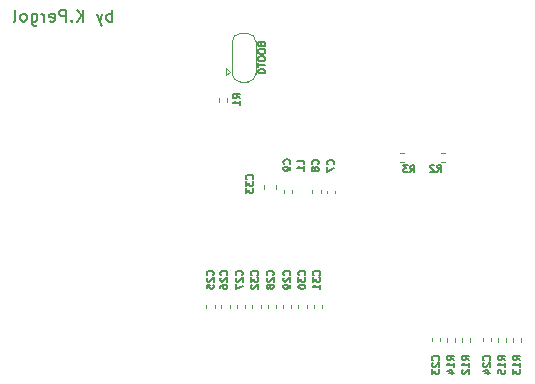
<source format=gbr>
%TF.GenerationSoftware,KiCad,Pcbnew,(6.0.8)*%
%TF.CreationDate,2023-03-18T00:57:18+01:00*%
%TF.ProjectId,WHEEL-07,57484545-4c2d-4303-972e-6b696361645f,rev?*%
%TF.SameCoordinates,Original*%
%TF.FileFunction,Legend,Bot*%
%TF.FilePolarity,Positive*%
%FSLAX46Y46*%
G04 Gerber Fmt 4.6, Leading zero omitted, Abs format (unit mm)*
G04 Created by KiCad (PCBNEW (6.0.8)) date 2023-03-18 00:57:18*
%MOMM*%
%LPD*%
G01*
G04 APERTURE LIST*
%ADD10C,0.150000*%
%ADD11C,0.120000*%
G04 APERTURE END LIST*
D10*
X161294247Y-54605180D02*
X161294247Y-53605180D01*
X161294247Y-53986133D02*
X161199009Y-53938514D01*
X161008533Y-53938514D01*
X160913295Y-53986133D01*
X160865676Y-54033752D01*
X160818057Y-54128990D01*
X160818057Y-54414704D01*
X160865676Y-54509942D01*
X160913295Y-54557561D01*
X161008533Y-54605180D01*
X161199009Y-54605180D01*
X161294247Y-54557561D01*
X160484723Y-53938514D02*
X160246628Y-54605180D01*
X160008533Y-53938514D02*
X160246628Y-54605180D01*
X160341866Y-54843276D01*
X160389485Y-54890895D01*
X160484723Y-54938514D01*
X158865676Y-54605180D02*
X158865676Y-53605180D01*
X158294247Y-54605180D02*
X158722819Y-54033752D01*
X158294247Y-53605180D02*
X158865676Y-54176609D01*
X157865676Y-54509942D02*
X157818057Y-54557561D01*
X157865676Y-54605180D01*
X157913295Y-54557561D01*
X157865676Y-54509942D01*
X157865676Y-54605180D01*
X157389485Y-54605180D02*
X157389485Y-53605180D01*
X157008533Y-53605180D01*
X156913295Y-53652800D01*
X156865676Y-53700419D01*
X156818057Y-53795657D01*
X156818057Y-53938514D01*
X156865676Y-54033752D01*
X156913295Y-54081371D01*
X157008533Y-54128990D01*
X157389485Y-54128990D01*
X156008533Y-54557561D02*
X156103771Y-54605180D01*
X156294247Y-54605180D01*
X156389485Y-54557561D01*
X156437104Y-54462323D01*
X156437104Y-54081371D01*
X156389485Y-53986133D01*
X156294247Y-53938514D01*
X156103771Y-53938514D01*
X156008533Y-53986133D01*
X155960914Y-54081371D01*
X155960914Y-54176609D01*
X156437104Y-54271847D01*
X155532342Y-54605180D02*
X155532342Y-53938514D01*
X155532342Y-54128990D02*
X155484723Y-54033752D01*
X155437104Y-53986133D01*
X155341866Y-53938514D01*
X155246628Y-53938514D01*
X154484723Y-53938514D02*
X154484723Y-54748038D01*
X154532342Y-54843276D01*
X154579961Y-54890895D01*
X154675200Y-54938514D01*
X154818057Y-54938514D01*
X154913295Y-54890895D01*
X154484723Y-54557561D02*
X154579961Y-54605180D01*
X154770438Y-54605180D01*
X154865676Y-54557561D01*
X154913295Y-54509942D01*
X154960914Y-54414704D01*
X154960914Y-54128990D01*
X154913295Y-54033752D01*
X154865676Y-53986133D01*
X154770438Y-53938514D01*
X154579961Y-53938514D01*
X154484723Y-53986133D01*
X153865676Y-54605180D02*
X153960914Y-54557561D01*
X154008533Y-54509942D01*
X154056152Y-54414704D01*
X154056152Y-54128990D01*
X154008533Y-54033752D01*
X153960914Y-53986133D01*
X153865676Y-53938514D01*
X153722819Y-53938514D01*
X153627580Y-53986133D01*
X153579961Y-54033752D01*
X153532342Y-54128990D01*
X153532342Y-54414704D01*
X153579961Y-54509942D01*
X153627580Y-54557561D01*
X153722819Y-54605180D01*
X153865676Y-54605180D01*
X152960914Y-54605180D02*
X153056152Y-54557561D01*
X153103771Y-54462323D01*
X153103771Y-53605180D01*
X173947142Y-56558000D02*
X173975714Y-56643714D01*
X174004285Y-56672285D01*
X174061428Y-56700857D01*
X174147142Y-56700857D01*
X174204285Y-56672285D01*
X174232857Y-56643714D01*
X174261428Y-56586571D01*
X174261428Y-56358000D01*
X173661428Y-56358000D01*
X173661428Y-56558000D01*
X173690000Y-56615142D01*
X173718571Y-56643714D01*
X173775714Y-56672285D01*
X173832857Y-56672285D01*
X173890000Y-56643714D01*
X173918571Y-56615142D01*
X173947142Y-56558000D01*
X173947142Y-56358000D01*
X173661428Y-57072285D02*
X173661428Y-57186571D01*
X173690000Y-57243714D01*
X173747142Y-57300857D01*
X173861428Y-57329428D01*
X174061428Y-57329428D01*
X174175714Y-57300857D01*
X174232857Y-57243714D01*
X174261428Y-57186571D01*
X174261428Y-57072285D01*
X174232857Y-57015142D01*
X174175714Y-56958000D01*
X174061428Y-56929428D01*
X173861428Y-56929428D01*
X173747142Y-56958000D01*
X173690000Y-57015142D01*
X173661428Y-57072285D01*
X173661428Y-57700857D02*
X173661428Y-57815142D01*
X173690000Y-57872285D01*
X173747142Y-57929428D01*
X173861428Y-57958000D01*
X174061428Y-57958000D01*
X174175714Y-57929428D01*
X174232857Y-57872285D01*
X174261428Y-57815142D01*
X174261428Y-57700857D01*
X174232857Y-57643714D01*
X174175714Y-57586571D01*
X174061428Y-57558000D01*
X173861428Y-57558000D01*
X173747142Y-57586571D01*
X173690000Y-57643714D01*
X173661428Y-57700857D01*
X173661428Y-58129428D02*
X173661428Y-58472285D01*
X174261428Y-58300857D02*
X173661428Y-58300857D01*
X173661428Y-58786571D02*
X173661428Y-58843714D01*
X173690000Y-58900857D01*
X173718571Y-58929428D01*
X173775714Y-58958000D01*
X173890000Y-58986571D01*
X174032857Y-58986571D01*
X174147142Y-58958000D01*
X174204285Y-58929428D01*
X174232857Y-58900857D01*
X174261428Y-58843714D01*
X174261428Y-58786571D01*
X174232857Y-58729428D01*
X174204285Y-58700857D01*
X174147142Y-58672285D01*
X174032857Y-58643714D01*
X173890000Y-58643714D01*
X173775714Y-58672285D01*
X173718571Y-58700857D01*
X173690000Y-58729428D01*
X173661428Y-58786571D01*
%TO.C,C33*%
X173188285Y-67940285D02*
X173216857Y-67911714D01*
X173245428Y-67826000D01*
X173245428Y-67768857D01*
X173216857Y-67683142D01*
X173159714Y-67626000D01*
X173102571Y-67597428D01*
X172988285Y-67568857D01*
X172902571Y-67568857D01*
X172788285Y-67597428D01*
X172731142Y-67626000D01*
X172674000Y-67683142D01*
X172645428Y-67768857D01*
X172645428Y-67826000D01*
X172674000Y-67911714D01*
X172702571Y-67940285D01*
X172645428Y-68140285D02*
X172645428Y-68511714D01*
X172874000Y-68311714D01*
X172874000Y-68397428D01*
X172902571Y-68454571D01*
X172931142Y-68483142D01*
X172988285Y-68511714D01*
X173131142Y-68511714D01*
X173188285Y-68483142D01*
X173216857Y-68454571D01*
X173245428Y-68397428D01*
X173245428Y-68226000D01*
X173216857Y-68168857D01*
X173188285Y-68140285D01*
X172645428Y-68711714D02*
X172645428Y-69083142D01*
X172874000Y-68883142D01*
X172874000Y-68968857D01*
X172902571Y-69026000D01*
X172931142Y-69054571D01*
X172988285Y-69083142D01*
X173131142Y-69083142D01*
X173188285Y-69054571D01*
X173216857Y-69026000D01*
X173245428Y-68968857D01*
X173245428Y-68797428D01*
X173216857Y-68740285D01*
X173188285Y-68711714D01*
%TO.C,C23*%
X188936285Y-83269785D02*
X188964857Y-83241214D01*
X188993428Y-83155500D01*
X188993428Y-83098357D01*
X188964857Y-83012642D01*
X188907714Y-82955500D01*
X188850571Y-82926928D01*
X188736285Y-82898357D01*
X188650571Y-82898357D01*
X188536285Y-82926928D01*
X188479142Y-82955500D01*
X188422000Y-83012642D01*
X188393428Y-83098357D01*
X188393428Y-83155500D01*
X188422000Y-83241214D01*
X188450571Y-83269785D01*
X188450571Y-83498357D02*
X188422000Y-83526928D01*
X188393428Y-83584071D01*
X188393428Y-83726928D01*
X188422000Y-83784071D01*
X188450571Y-83812642D01*
X188507714Y-83841214D01*
X188564857Y-83841214D01*
X188650571Y-83812642D01*
X188993428Y-83469785D01*
X188993428Y-83841214D01*
X188393428Y-84041214D02*
X188393428Y-84412642D01*
X188622000Y-84212642D01*
X188622000Y-84298357D01*
X188650571Y-84355500D01*
X188679142Y-84384071D01*
X188736285Y-84412642D01*
X188879142Y-84412642D01*
X188936285Y-84384071D01*
X188964857Y-84355500D01*
X188993428Y-84298357D01*
X188993428Y-84126928D01*
X188964857Y-84069785D01*
X188936285Y-84041214D01*
%TO.C,C27*%
X172306541Y-76068285D02*
X172335113Y-76039714D01*
X172363684Y-75954000D01*
X172363684Y-75896857D01*
X172335113Y-75811142D01*
X172277970Y-75754000D01*
X172220827Y-75725428D01*
X172106541Y-75696857D01*
X172020827Y-75696857D01*
X171906541Y-75725428D01*
X171849398Y-75754000D01*
X171792256Y-75811142D01*
X171763684Y-75896857D01*
X171763684Y-75954000D01*
X171792256Y-76039714D01*
X171820827Y-76068285D01*
X171820827Y-76296857D02*
X171792256Y-76325428D01*
X171763684Y-76382571D01*
X171763684Y-76525428D01*
X171792256Y-76582571D01*
X171820827Y-76611142D01*
X171877970Y-76639714D01*
X171935113Y-76639714D01*
X172020827Y-76611142D01*
X172363684Y-76268285D01*
X172363684Y-76639714D01*
X171763684Y-76839714D02*
X171763684Y-77239714D01*
X172363684Y-76982571D01*
%TO.C,R2*%
X188822000Y-67327428D02*
X189022000Y-67041714D01*
X189164857Y-67327428D02*
X189164857Y-66727428D01*
X188936285Y-66727428D01*
X188879142Y-66756000D01*
X188850571Y-66784571D01*
X188822000Y-66841714D01*
X188822000Y-66927428D01*
X188850571Y-66984571D01*
X188879142Y-67013142D01*
X188936285Y-67041714D01*
X189164857Y-67041714D01*
X188593428Y-66784571D02*
X188564857Y-66756000D01*
X188507714Y-66727428D01*
X188364857Y-66727428D01*
X188307714Y-66756000D01*
X188279142Y-66784571D01*
X188250571Y-66841714D01*
X188250571Y-66898857D01*
X188279142Y-66984571D01*
X188622000Y-67327428D01*
X188250571Y-67327428D01*
%TO.C,C32*%
X173605569Y-76068285D02*
X173634141Y-76039714D01*
X173662712Y-75954000D01*
X173662712Y-75896857D01*
X173634141Y-75811142D01*
X173576998Y-75754000D01*
X173519855Y-75725428D01*
X173405569Y-75696857D01*
X173319855Y-75696857D01*
X173205569Y-75725428D01*
X173148426Y-75754000D01*
X173091284Y-75811142D01*
X173062712Y-75896857D01*
X173062712Y-75954000D01*
X173091284Y-76039714D01*
X173119855Y-76068285D01*
X173062712Y-76268285D02*
X173062712Y-76639714D01*
X173291284Y-76439714D01*
X173291284Y-76525428D01*
X173319855Y-76582571D01*
X173348426Y-76611142D01*
X173405569Y-76639714D01*
X173548426Y-76639714D01*
X173605569Y-76611142D01*
X173634141Y-76582571D01*
X173662712Y-76525428D01*
X173662712Y-76354000D01*
X173634141Y-76296857D01*
X173605569Y-76268285D01*
X173119855Y-76868285D02*
X173091284Y-76896857D01*
X173062712Y-76954000D01*
X173062712Y-77096857D01*
X173091284Y-77154000D01*
X173119855Y-77182571D01*
X173176998Y-77211142D01*
X173234141Y-77211142D01*
X173319855Y-77182571D01*
X173662712Y-76839714D01*
X173662712Y-77211142D01*
%TO.C,C8*%
X178725485Y-66702000D02*
X178754057Y-66673428D01*
X178782628Y-66587714D01*
X178782628Y-66530571D01*
X178754057Y-66444857D01*
X178696914Y-66387714D01*
X178639771Y-66359142D01*
X178525485Y-66330571D01*
X178439771Y-66330571D01*
X178325485Y-66359142D01*
X178268342Y-66387714D01*
X178211200Y-66444857D01*
X178182628Y-66530571D01*
X178182628Y-66587714D01*
X178211200Y-66673428D01*
X178239771Y-66702000D01*
X178439771Y-67044857D02*
X178411200Y-66987714D01*
X178382628Y-66959142D01*
X178325485Y-66930571D01*
X178296914Y-66930571D01*
X178239771Y-66959142D01*
X178211200Y-66987714D01*
X178182628Y-67044857D01*
X178182628Y-67159142D01*
X178211200Y-67216285D01*
X178239771Y-67244857D01*
X178296914Y-67273428D01*
X178325485Y-67273428D01*
X178382628Y-67244857D01*
X178411200Y-67216285D01*
X178439771Y-67159142D01*
X178439771Y-67044857D01*
X178468342Y-66987714D01*
X178496914Y-66959142D01*
X178554057Y-66930571D01*
X178668342Y-66930571D01*
X178725485Y-66959142D01*
X178754057Y-66987714D01*
X178782628Y-67044857D01*
X178782628Y-67159142D01*
X178754057Y-67216285D01*
X178725485Y-67244857D01*
X178668342Y-67273428D01*
X178554057Y-67273428D01*
X178496914Y-67244857D01*
X178468342Y-67216285D01*
X178439771Y-67159142D01*
%TO.C,R13*%
X195851428Y-83269785D02*
X195565714Y-83069785D01*
X195851428Y-82926928D02*
X195251428Y-82926928D01*
X195251428Y-83155500D01*
X195280000Y-83212642D01*
X195308571Y-83241214D01*
X195365714Y-83269785D01*
X195451428Y-83269785D01*
X195508571Y-83241214D01*
X195537142Y-83212642D01*
X195565714Y-83155500D01*
X195565714Y-82926928D01*
X195851428Y-83841214D02*
X195851428Y-83498357D01*
X195851428Y-83669785D02*
X195251428Y-83669785D01*
X195337142Y-83612642D01*
X195394285Y-83555500D01*
X195422857Y-83498357D01*
X195251428Y-84041214D02*
X195251428Y-84412642D01*
X195480000Y-84212642D01*
X195480000Y-84298357D01*
X195508571Y-84355500D01*
X195537142Y-84384071D01*
X195594285Y-84412642D01*
X195737142Y-84412642D01*
X195794285Y-84384071D01*
X195822857Y-84355500D01*
X195851428Y-84298357D01*
X195851428Y-84126928D01*
X195822857Y-84069785D01*
X195794285Y-84041214D01*
%TO.C,C30*%
X177604253Y-76068285D02*
X177632825Y-76039714D01*
X177661396Y-75954000D01*
X177661396Y-75896857D01*
X177632825Y-75811142D01*
X177575682Y-75754000D01*
X177518539Y-75725428D01*
X177404253Y-75696857D01*
X177318539Y-75696857D01*
X177204253Y-75725428D01*
X177147110Y-75754000D01*
X177089968Y-75811142D01*
X177061396Y-75896857D01*
X177061396Y-75954000D01*
X177089968Y-76039714D01*
X177118539Y-76068285D01*
X177061396Y-76268285D02*
X177061396Y-76639714D01*
X177289968Y-76439714D01*
X177289968Y-76525428D01*
X177318539Y-76582571D01*
X177347110Y-76611142D01*
X177404253Y-76639714D01*
X177547110Y-76639714D01*
X177604253Y-76611142D01*
X177632825Y-76582571D01*
X177661396Y-76525428D01*
X177661396Y-76354000D01*
X177632825Y-76296857D01*
X177604253Y-76268285D01*
X177061396Y-77011142D02*
X177061396Y-77068285D01*
X177089968Y-77125428D01*
X177118539Y-77154000D01*
X177175682Y-77182571D01*
X177289968Y-77211142D01*
X177432825Y-77211142D01*
X177547110Y-77182571D01*
X177604253Y-77154000D01*
X177632825Y-77125428D01*
X177661396Y-77068285D01*
X177661396Y-77011142D01*
X177632825Y-76954000D01*
X177604253Y-76925428D01*
X177547110Y-76896857D01*
X177432825Y-76868285D01*
X177289968Y-76868285D01*
X177175682Y-76896857D01*
X177118539Y-76925428D01*
X177089968Y-76954000D01*
X177061396Y-77011142D01*
%TO.C,R15*%
X194581428Y-83269785D02*
X194295714Y-83069785D01*
X194581428Y-82926928D02*
X193981428Y-82926928D01*
X193981428Y-83155500D01*
X194010000Y-83212642D01*
X194038571Y-83241214D01*
X194095714Y-83269785D01*
X194181428Y-83269785D01*
X194238571Y-83241214D01*
X194267142Y-83212642D01*
X194295714Y-83155500D01*
X194295714Y-82926928D01*
X194581428Y-83841214D02*
X194581428Y-83498357D01*
X194581428Y-83669785D02*
X193981428Y-83669785D01*
X194067142Y-83612642D01*
X194124285Y-83555500D01*
X194152857Y-83498357D01*
X193981428Y-84384071D02*
X193981428Y-84098357D01*
X194267142Y-84069785D01*
X194238571Y-84098357D01*
X194210000Y-84155500D01*
X194210000Y-84298357D01*
X194238571Y-84355500D01*
X194267142Y-84384071D01*
X194324285Y-84412642D01*
X194467142Y-84412642D01*
X194524285Y-84384071D01*
X194552857Y-84355500D01*
X194581428Y-84298357D01*
X194581428Y-84155500D01*
X194552857Y-84098357D01*
X194524285Y-84069785D01*
%TO.C,R3*%
X186536000Y-67378228D02*
X186736000Y-67092514D01*
X186878857Y-67378228D02*
X186878857Y-66778228D01*
X186650285Y-66778228D01*
X186593142Y-66806800D01*
X186564571Y-66835371D01*
X186536000Y-66892514D01*
X186536000Y-66978228D01*
X186564571Y-67035371D01*
X186593142Y-67063942D01*
X186650285Y-67092514D01*
X186878857Y-67092514D01*
X186336000Y-66778228D02*
X185964571Y-66778228D01*
X186164571Y-67006800D01*
X186078857Y-67006800D01*
X186021714Y-67035371D01*
X185993142Y-67063942D01*
X185964571Y-67121085D01*
X185964571Y-67263942D01*
X185993142Y-67321085D01*
X186021714Y-67349657D01*
X186078857Y-67378228D01*
X186250285Y-67378228D01*
X186307428Y-67349657D01*
X186336000Y-67321085D01*
%TO.C,C26*%
X171007513Y-76068285D02*
X171036085Y-76039714D01*
X171064656Y-75954000D01*
X171064656Y-75896857D01*
X171036085Y-75811142D01*
X170978942Y-75754000D01*
X170921799Y-75725428D01*
X170807513Y-75696857D01*
X170721799Y-75696857D01*
X170607513Y-75725428D01*
X170550370Y-75754000D01*
X170493228Y-75811142D01*
X170464656Y-75896857D01*
X170464656Y-75954000D01*
X170493228Y-76039714D01*
X170521799Y-76068285D01*
X170521799Y-76296857D02*
X170493228Y-76325428D01*
X170464656Y-76382571D01*
X170464656Y-76525428D01*
X170493228Y-76582571D01*
X170521799Y-76611142D01*
X170578942Y-76639714D01*
X170636085Y-76639714D01*
X170721799Y-76611142D01*
X171064656Y-76268285D01*
X171064656Y-76639714D01*
X170464656Y-77154000D02*
X170464656Y-77039714D01*
X170493228Y-76982571D01*
X170521799Y-76954000D01*
X170607513Y-76896857D01*
X170721799Y-76868285D01*
X170950370Y-76868285D01*
X171007513Y-76896857D01*
X171036085Y-76925428D01*
X171064656Y-76982571D01*
X171064656Y-77096857D01*
X171036085Y-77154000D01*
X171007513Y-77182571D01*
X170950370Y-77211142D01*
X170807513Y-77211142D01*
X170750370Y-77182571D01*
X170721799Y-77154000D01*
X170693228Y-77096857D01*
X170693228Y-76982571D01*
X170721799Y-76925428D01*
X170750370Y-76896857D01*
X170807513Y-76868285D01*
%TO.C,C9*%
X176337885Y-66651200D02*
X176366457Y-66622628D01*
X176395028Y-66536914D01*
X176395028Y-66479771D01*
X176366457Y-66394057D01*
X176309314Y-66336914D01*
X176252171Y-66308342D01*
X176137885Y-66279771D01*
X176052171Y-66279771D01*
X175937885Y-66308342D01*
X175880742Y-66336914D01*
X175823600Y-66394057D01*
X175795028Y-66479771D01*
X175795028Y-66536914D01*
X175823600Y-66622628D01*
X175852171Y-66651200D01*
X176395028Y-66936914D02*
X176395028Y-67051200D01*
X176366457Y-67108342D01*
X176337885Y-67136914D01*
X176252171Y-67194057D01*
X176137885Y-67222628D01*
X175909314Y-67222628D01*
X175852171Y-67194057D01*
X175823600Y-67165485D01*
X175795028Y-67108342D01*
X175795028Y-66994057D01*
X175823600Y-66936914D01*
X175852171Y-66908342D01*
X175909314Y-66879771D01*
X176052171Y-66879771D01*
X176109314Y-66908342D01*
X176137885Y-66936914D01*
X176166457Y-66994057D01*
X176166457Y-67108342D01*
X176137885Y-67165485D01*
X176109314Y-67194057D01*
X176052171Y-67222628D01*
%TO.C,C28*%
X174929997Y-76068285D02*
X174958569Y-76039714D01*
X174987140Y-75954000D01*
X174987140Y-75896857D01*
X174958569Y-75811142D01*
X174901426Y-75754000D01*
X174844283Y-75725428D01*
X174729997Y-75696857D01*
X174644283Y-75696857D01*
X174529997Y-75725428D01*
X174472854Y-75754000D01*
X174415712Y-75811142D01*
X174387140Y-75896857D01*
X174387140Y-75954000D01*
X174415712Y-76039714D01*
X174444283Y-76068285D01*
X174444283Y-76296857D02*
X174415712Y-76325428D01*
X174387140Y-76382571D01*
X174387140Y-76525428D01*
X174415712Y-76582571D01*
X174444283Y-76611142D01*
X174501426Y-76639714D01*
X174558569Y-76639714D01*
X174644283Y-76611142D01*
X174987140Y-76268285D01*
X174987140Y-76639714D01*
X174644283Y-76982571D02*
X174615712Y-76925428D01*
X174587140Y-76896857D01*
X174529997Y-76868285D01*
X174501426Y-76868285D01*
X174444283Y-76896857D01*
X174415712Y-76925428D01*
X174387140Y-76982571D01*
X174387140Y-77096857D01*
X174415712Y-77154000D01*
X174444283Y-77182571D01*
X174501426Y-77211142D01*
X174529997Y-77211142D01*
X174587140Y-77182571D01*
X174615712Y-77154000D01*
X174644283Y-77096857D01*
X174644283Y-76982571D01*
X174672854Y-76925428D01*
X174701426Y-76896857D01*
X174758569Y-76868285D01*
X174872854Y-76868285D01*
X174929997Y-76896857D01*
X174958569Y-76925428D01*
X174987140Y-76982571D01*
X174987140Y-77096857D01*
X174958569Y-77154000D01*
X174929997Y-77182571D01*
X174872854Y-77211142D01*
X174758569Y-77211142D01*
X174701426Y-77182571D01*
X174672854Y-77154000D01*
X174644283Y-77096857D01*
%TO.C,C31*%
X178852485Y-76068285D02*
X178881057Y-76039714D01*
X178909628Y-75954000D01*
X178909628Y-75896857D01*
X178881057Y-75811142D01*
X178823914Y-75754000D01*
X178766771Y-75725428D01*
X178652485Y-75696857D01*
X178566771Y-75696857D01*
X178452485Y-75725428D01*
X178395342Y-75754000D01*
X178338200Y-75811142D01*
X178309628Y-75896857D01*
X178309628Y-75954000D01*
X178338200Y-76039714D01*
X178366771Y-76068285D01*
X178309628Y-76268285D02*
X178309628Y-76639714D01*
X178538200Y-76439714D01*
X178538200Y-76525428D01*
X178566771Y-76582571D01*
X178595342Y-76611142D01*
X178652485Y-76639714D01*
X178795342Y-76639714D01*
X178852485Y-76611142D01*
X178881057Y-76582571D01*
X178909628Y-76525428D01*
X178909628Y-76354000D01*
X178881057Y-76296857D01*
X178852485Y-76268285D01*
X178909628Y-77211142D02*
X178909628Y-76868285D01*
X178909628Y-77039714D02*
X178309628Y-77039714D01*
X178395342Y-76982571D01*
X178452485Y-76925428D01*
X178481057Y-76868285D01*
%TO.C,C7*%
X180046285Y-66702000D02*
X180074857Y-66673428D01*
X180103428Y-66587714D01*
X180103428Y-66530571D01*
X180074857Y-66444857D01*
X180017714Y-66387714D01*
X179960571Y-66359142D01*
X179846285Y-66330571D01*
X179760571Y-66330571D01*
X179646285Y-66359142D01*
X179589142Y-66387714D01*
X179532000Y-66444857D01*
X179503428Y-66530571D01*
X179503428Y-66587714D01*
X179532000Y-66673428D01*
X179560571Y-66702000D01*
X179503428Y-66902000D02*
X179503428Y-67302000D01*
X180103428Y-67044857D01*
%TO.C,R12*%
X191533428Y-83269785D02*
X191247714Y-83069785D01*
X191533428Y-82926928D02*
X190933428Y-82926928D01*
X190933428Y-83155500D01*
X190962000Y-83212642D01*
X190990571Y-83241214D01*
X191047714Y-83269785D01*
X191133428Y-83269785D01*
X191190571Y-83241214D01*
X191219142Y-83212642D01*
X191247714Y-83155500D01*
X191247714Y-82926928D01*
X191533428Y-83841214D02*
X191533428Y-83498357D01*
X191533428Y-83669785D02*
X190933428Y-83669785D01*
X191019142Y-83612642D01*
X191076285Y-83555500D01*
X191104857Y-83498357D01*
X190990571Y-84069785D02*
X190962000Y-84098357D01*
X190933428Y-84155500D01*
X190933428Y-84298357D01*
X190962000Y-84355500D01*
X190990571Y-84384071D01*
X191047714Y-84412642D01*
X191104857Y-84412642D01*
X191190571Y-84384071D01*
X191533428Y-84041214D01*
X191533428Y-84412642D01*
%TO.C,R1*%
X172129428Y-61114000D02*
X171843714Y-60914000D01*
X172129428Y-60771142D02*
X171529428Y-60771142D01*
X171529428Y-60999714D01*
X171558000Y-61056857D01*
X171586571Y-61085428D01*
X171643714Y-61114000D01*
X171729428Y-61114000D01*
X171786571Y-61085428D01*
X171815142Y-61056857D01*
X171843714Y-60999714D01*
X171843714Y-60771142D01*
X172129428Y-61685428D02*
X172129428Y-61342571D01*
X172129428Y-61514000D02*
X171529428Y-61514000D01*
X171615142Y-61456857D01*
X171672285Y-61399714D01*
X171700857Y-61342571D01*
%TO.C,C24*%
X193254285Y-83269785D02*
X193282857Y-83241214D01*
X193311428Y-83155500D01*
X193311428Y-83098357D01*
X193282857Y-83012642D01*
X193225714Y-82955500D01*
X193168571Y-82926928D01*
X193054285Y-82898357D01*
X192968571Y-82898357D01*
X192854285Y-82926928D01*
X192797142Y-82955500D01*
X192740000Y-83012642D01*
X192711428Y-83098357D01*
X192711428Y-83155500D01*
X192740000Y-83241214D01*
X192768571Y-83269785D01*
X192768571Y-83498357D02*
X192740000Y-83526928D01*
X192711428Y-83584071D01*
X192711428Y-83726928D01*
X192740000Y-83784071D01*
X192768571Y-83812642D01*
X192825714Y-83841214D01*
X192882857Y-83841214D01*
X192968571Y-83812642D01*
X193311428Y-83469785D01*
X193311428Y-83841214D01*
X192911428Y-84355500D02*
X193311428Y-84355500D01*
X192682857Y-84212642D02*
X193111428Y-84069785D01*
X193111428Y-84441214D01*
%TO.C,C29*%
X176330625Y-76068285D02*
X176359197Y-76039714D01*
X176387768Y-75954000D01*
X176387768Y-75896857D01*
X176359197Y-75811142D01*
X176302054Y-75754000D01*
X176244911Y-75725428D01*
X176130625Y-75696857D01*
X176044911Y-75696857D01*
X175930625Y-75725428D01*
X175873482Y-75754000D01*
X175816340Y-75811142D01*
X175787768Y-75896857D01*
X175787768Y-75954000D01*
X175816340Y-76039714D01*
X175844911Y-76068285D01*
X175844911Y-76296857D02*
X175816340Y-76325428D01*
X175787768Y-76382571D01*
X175787768Y-76525428D01*
X175816340Y-76582571D01*
X175844911Y-76611142D01*
X175902054Y-76639714D01*
X175959197Y-76639714D01*
X176044911Y-76611142D01*
X176387768Y-76268285D01*
X176387768Y-76639714D01*
X176387768Y-76925428D02*
X176387768Y-77039714D01*
X176359197Y-77096857D01*
X176330625Y-77125428D01*
X176244911Y-77182571D01*
X176130625Y-77211142D01*
X175902054Y-77211142D01*
X175844911Y-77182571D01*
X175816340Y-77154000D01*
X175787768Y-77096857D01*
X175787768Y-76982571D01*
X175816340Y-76925428D01*
X175844911Y-76896857D01*
X175902054Y-76868285D01*
X176044911Y-76868285D01*
X176102054Y-76896857D01*
X176130625Y-76925428D01*
X176159197Y-76982571D01*
X176159197Y-77096857D01*
X176130625Y-77154000D01*
X176102054Y-77182571D01*
X176044911Y-77211142D01*
%TO.C,C25*%
X169835485Y-76068285D02*
X169864057Y-76039714D01*
X169892628Y-75954000D01*
X169892628Y-75896857D01*
X169864057Y-75811142D01*
X169806914Y-75754000D01*
X169749771Y-75725428D01*
X169635485Y-75696857D01*
X169549771Y-75696857D01*
X169435485Y-75725428D01*
X169378342Y-75754000D01*
X169321200Y-75811142D01*
X169292628Y-75896857D01*
X169292628Y-75954000D01*
X169321200Y-76039714D01*
X169349771Y-76068285D01*
X169349771Y-76296857D02*
X169321200Y-76325428D01*
X169292628Y-76382571D01*
X169292628Y-76525428D01*
X169321200Y-76582571D01*
X169349771Y-76611142D01*
X169406914Y-76639714D01*
X169464057Y-76639714D01*
X169549771Y-76611142D01*
X169892628Y-76268285D01*
X169892628Y-76639714D01*
X169292628Y-77182571D02*
X169292628Y-76896857D01*
X169578342Y-76868285D01*
X169549771Y-76896857D01*
X169521200Y-76954000D01*
X169521200Y-77096857D01*
X169549771Y-77154000D01*
X169578342Y-77182571D01*
X169635485Y-77211142D01*
X169778342Y-77211142D01*
X169835485Y-77182571D01*
X169864057Y-77154000D01*
X169892628Y-77096857D01*
X169892628Y-76954000D01*
X169864057Y-76896857D01*
X169835485Y-76868285D01*
%TO.C,L1*%
X177563428Y-66702000D02*
X177563428Y-66416285D01*
X176963428Y-66416285D01*
X177563428Y-67216285D02*
X177563428Y-66873428D01*
X177563428Y-67044857D02*
X176963428Y-67044857D01*
X177049142Y-66987714D01*
X177106285Y-66930571D01*
X177134857Y-66873428D01*
%TO.C,R14*%
X190263428Y-83269785D02*
X189977714Y-83069785D01*
X190263428Y-82926928D02*
X189663428Y-82926928D01*
X189663428Y-83155500D01*
X189692000Y-83212642D01*
X189720571Y-83241214D01*
X189777714Y-83269785D01*
X189863428Y-83269785D01*
X189920571Y-83241214D01*
X189949142Y-83212642D01*
X189977714Y-83155500D01*
X189977714Y-82926928D01*
X190263428Y-83841214D02*
X190263428Y-83498357D01*
X190263428Y-83669785D02*
X189663428Y-83669785D01*
X189749142Y-83612642D01*
X189806285Y-83555500D01*
X189834857Y-83498357D01*
X189863428Y-84355500D02*
X190263428Y-84355500D01*
X189634857Y-84212642D02*
X190063428Y-84069785D01*
X190063428Y-84441214D01*
D11*
%TO.C,C33*%
X174140400Y-68477220D02*
X174140400Y-68758380D01*
X175160400Y-68477220D02*
X175160400Y-68758380D01*
%TO.C,C23*%
X188362000Y-81418165D02*
X188362000Y-81649835D01*
X189082000Y-81418165D02*
X189082000Y-81649835D01*
%TO.C,C27*%
X172579256Y-78855835D02*
X172579256Y-78624165D01*
X171859256Y-78855835D02*
X171859256Y-78624165D01*
%TO.C,R2*%
X189448421Y-65761600D02*
X189113179Y-65761600D01*
X189448421Y-66521600D02*
X189113179Y-66521600D01*
%TO.C,C32*%
X173878284Y-78855835D02*
X173878284Y-78624165D01*
X173158284Y-78855835D02*
X173158284Y-78624165D01*
%TO.C,C8*%
X178252800Y-69135635D02*
X178252800Y-68903965D01*
X178972800Y-69135635D02*
X178972800Y-68903965D01*
%TO.C,R13*%
X195200000Y-81366379D02*
X195200000Y-81701621D01*
X195960000Y-81366379D02*
X195960000Y-81701621D01*
%TO.C,C30*%
X177775368Y-78855835D02*
X177775368Y-78624165D01*
X177055368Y-78855835D02*
X177055368Y-78624165D01*
%TO.C,R15*%
X193930000Y-81366379D02*
X193930000Y-81701621D01*
X194690000Y-81366379D02*
X194690000Y-81701621D01*
%TO.C,R3*%
X185658779Y-66521600D02*
X185994021Y-66521600D01*
X185658779Y-65761600D02*
X185994021Y-65761600D01*
%TO.C,C26*%
X170560228Y-78855835D02*
X170560228Y-78624165D01*
X171280228Y-78855835D02*
X171280228Y-78624165D01*
%TO.C,C9*%
X176534400Y-69135635D02*
X176534400Y-68903965D01*
X175814400Y-69135635D02*
X175814400Y-68903965D01*
%TO.C,C28*%
X174457312Y-78855835D02*
X174457312Y-78624165D01*
X175177312Y-78855835D02*
X175177312Y-78624165D01*
%TO.C,C31*%
X179074400Y-78855835D02*
X179074400Y-78624165D01*
X178354400Y-78855835D02*
X178354400Y-78624165D01*
%TO.C,C7*%
X179472000Y-68912665D02*
X179472000Y-69144335D01*
X180192000Y-68912665D02*
X180192000Y-69144335D01*
%TO.C,R12*%
X190882000Y-81366379D02*
X190882000Y-81701621D01*
X191642000Y-81366379D02*
X191642000Y-81701621D01*
%TO.C,R1*%
X170308000Y-61381621D02*
X170308000Y-61046379D01*
X171068000Y-61381621D02*
X171068000Y-61046379D01*
%TO.C,C24*%
X193400000Y-81418165D02*
X193400000Y-81649835D01*
X192680000Y-81418165D02*
X192680000Y-81649835D01*
%TO.C,C29*%
X175756340Y-78855835D02*
X175756340Y-78624165D01*
X176476340Y-78855835D02*
X176476340Y-78624165D01*
%TO.C,JP1*%
X171266000Y-58858000D02*
X170966000Y-59158000D01*
X171466000Y-56258000D02*
X171466000Y-59058000D01*
X170966000Y-59158000D02*
X170966000Y-58558000D01*
X172166000Y-59708000D02*
X172766000Y-59708000D01*
X172766000Y-55608000D02*
X172166000Y-55608000D01*
X173466000Y-59058000D02*
X173466000Y-56258000D01*
X171266000Y-58858000D02*
X170966000Y-58558000D01*
X172766000Y-59708000D02*
G75*
G03*
X173466000Y-59008000I1J699999D01*
G01*
X172166000Y-55608000D02*
G75*
G03*
X171466000Y-56308000I0J-700000D01*
G01*
X171466000Y-59008000D02*
G75*
G03*
X172166000Y-59708000I699999J-1D01*
G01*
X173466000Y-56308000D02*
G75*
G03*
X172766000Y-55608000I-700000J0D01*
G01*
%TO.C,C25*%
X169981200Y-78855835D02*
X169981200Y-78624165D01*
X169261200Y-78855835D02*
X169261200Y-78624165D01*
%TO.C,R14*%
X189612000Y-81366379D02*
X189612000Y-81701621D01*
X190372000Y-81366379D02*
X190372000Y-81701621D01*
%TD*%
M02*

</source>
